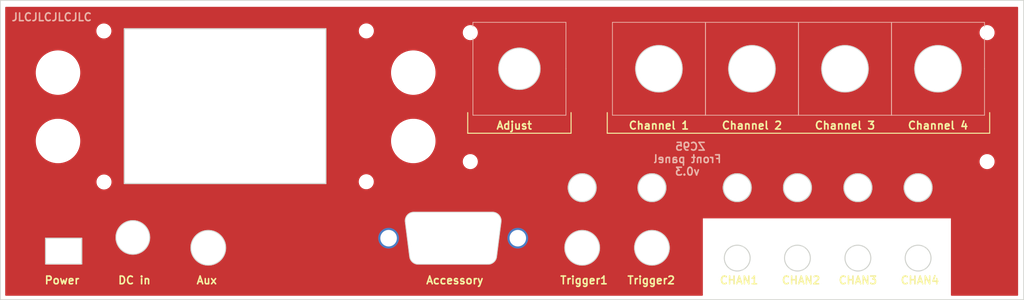
<source format=kicad_pcb>
(kicad_pcb (version 20240108) (generator "pcbnew") (generator_version "8.0")
  (layers (0 "F.Cu" signal) (31 "B.Cu" signal) (34 "B.Paste" user) (35 "F.Paste" user) (36 "B.SilkS" user "B.Silkscreen") (37 "F.SilkS" user "F.Silkscreen") (38 "B.Mask" user) (39 "F.Mask" user) (44 "Edge.Cuts" user))
  (net 0 "")
  (net 1 "GND")
  (footprint "MountingHole:MountingHole_2.2mm_M2" (layer "F.Cu") (at 44.09596 91.68042)
    (property "Reference" "REF**" (hide yes))
    (property "Value" "MountingHole_2.2mm_M2" (hide yes))
    (pad "" np_thru_hole circle (at 0 0) (size 2.4 2.4) (drill 2.4) (layers "*.Cu" "*.Mask"))
  )
  (footprint "MountingHole:MountingHole_2.2mm_M2" (layer "F.Cu") (at 35.22 113)
    (property "Reference" "REF**" (hide yes))
    (property "Value" "MountingHole_2.2mm_M2" (hide yes))
    (pad "" np_thru_hole circle (at 0 0) (size 8.1 8.1) (drill 8.1) (layers "F&B.Cu" "*.Mask"))
  )
  (footprint "MountingHole:MountingHole_2.2mm_M2" (layer "F.Cu") (at 35.22 99.75)
    (property "Reference" "REF**" (hide yes))
    (property "Value" "MountingHole_2.2mm_M2" (hide yes))
    (pad "" np_thru_hole circle (at 0 0) (size 8.1 8.1) (drill 8.1) (layers "F&B.Cu" "*.Mask"))
  )
  (footprint "MountingHole:MountingHole_2.2mm_M2" (layer "F.Cu") (at 44.12 120.95)
    (property "Reference" "REF**" (hide yes))
    (property "Value" "MountingHole_2.2mm_M2" (hide yes))
    (pad "" np_thru_hole circle (at 0 0) (size 2.4 2.4) (drill 2.4) (layers "*.Cu" "*.Mask"))
  )
  (footprint "ProjLib:DB9-cutout" (layer "F.Cu") (at 107.13 135.92)
    (property "Reference" "REF**")
    (property "Value" "DB9-cutout")
    (fp_line (start -4.68376 -7.15772) (end -3.8354 -0.41148) (stroke (width 0.12)) (layer "Edge.Cuts"))
    (fp_line (start -3.05 -9.1) (end 12.15 -9.1) (stroke (width 0.12)) (layer "Edge.Cuts"))
    (fp_line (start -2.1971 0.9525) (end 11.2903 0.9525) (stroke (width 0.12)) (layer "Edge.Cuts"))
    (fp_line (start 13.784781 -7.151744) (end 12.925081 -0.419244) (stroke (width 0.12)) (layer "Edge.Cuts"))
    (fp_arc (start -4.683759 -7.159754) (mid -4.31824 -8.509939) (end -3.05 -9.1) (stroke (width 0.12)) (layer "Edge.Cuts"))
    (fp_arc (start -2.1971 0.9525) (mid -3.264128 0.564134) (end -3.831881 -0.419244) (stroke (width 0.12)) (layer "Edge.Cuts"))
    (fp_arc (start 12.15 -9.1) (mid 13.421634 -8.507027) (end 13.784781 -7.151744) (stroke (width 0.12)) (layer "Edge.Cuts"))
    (fp_arc (start 12.925081 -0.419244) (mid 12.357328 0.564134) (end 11.2903 0.9525) (stroke (width 0.12)) (layer "Edge.Cuts"))
    (pad "0" thru_hole circle (at -7.94 -4.08) (size 4 4) (drill 3.2) (layers "*.Cu" "*.Mask") (net 1 "GND"))
    (pad "0" thru_hole circle (at 17.06 -4.08) (size 4 4) (drill 3.2) (layers "*.Cu" "*.Mask") (net 1 "GND"))
  )
  (footprint "MountingHole:MountingHole_2.2mm_M2" (layer "F.Cu") (at 103.97 99.75)
    (property "Reference" "REF**" (hide yes))
    (property "Value" "MountingHole_2.2mm_M2" (hide yes))
    (pad "" np_thru_hole circle (at 0 0) (size 8.1 8.1) (drill 8.1) (layers "F&B.Cu" "*.Mask"))
  )
  (footprint "MountingHole:MountingHole_2.2mm_M2" (layer "F.Cu") (at 103.97 113)
    (property "Reference" "REF**" (hide yes))
    (property "Value" "MountingHole_2.2mm_M2" (hide yes))
    (pad "" np_thru_hole circle (at 0 0) (size 8.1 8.1) (drill 8.1) (layers "F&B.Cu" "*.Mask"))
  )
  (footprint "MountingHole:MountingHole_2.2mm_M2" (layer "F.Cu") (at 94.88326 91.66772)
    (property "Reference" "REF**" (hide yes))
    (property "Value" "MountingHole_2.2mm_M2" (hide yes))
    (pad "" np_thru_hole circle (at 0 0) (size 2.4 2.4) (drill 2.4) (layers "*.Cu" "*.Mask"))
  )
  (footprint "MountingHole:MountingHole_2.2mm_M2" (layer "F.Cu") (at 94.87 120.9)
    (property "Reference" "REF**" (hide yes))
    (property "Value" "MountingHole_2.2mm_M2" (hide yes))
    (pad "" np_thru_hole circle (at 0 0) (size 2.4 2.4) (drill 2.4) (layers "*.Cu" "*.Mask"))
  )
  (footprint "MountingHole:MountingHole_2.2mm_M2" (layer "F.Cu") (at 215 117)
    (property "Reference" "REF**" (hide yes))
    (property "Value" "MountingHole_2.2mm_M2" (hide yes))
    (pad "" np_thru_hole circle (at 0 0) (size 2.4 2.4) (drill 2.4) (layers "*.Cu" "*.Mask"))
  )
  (footprint "MountingHole:MountingHole_2.2mm_M2" (layer "F.Cu") (at 115 117)
    (property "Reference" "REF**" (hide yes))
    (property "Value" "MountingHole_2.2mm_M2" (hide yes))
    (pad "" np_thru_hole circle (at 0 0) (size 2.4 2.4) (drill 2.4) (layers "*.Cu" "*.Mask"))
  )
  (footprint "MountingHole:MountingHole_2.2mm_M2" (layer "F.Cu") (at 115 92)
    (property "Reference" "REF**" (hide yes))
    (property "Value" "MountingHole_2.2mm_M2" (hide yes))
    (pad "" np_thru_hole circle (at 0 0) (size 2.4 2.4) (drill 2.4) (layers "*.Cu" "*.Mask"))
  )
  (footprint "MountingHole:MountingHole_2.2mm_M2" (layer "F.Cu") (at 215 92)
    (property "Reference" "REF**" (hide yes))
    (property "Value" "MountingHole_2.2mm_M2" (hide yes))
    (pad "" np_thru_hole circle (at 0 0) (size 2.4 2.4) (drill 2.4) (layers "*.Cu" "*.Mask"))
  )
  (footprint "Library:RK09L1140A2U-panel" (layer "F.Cu") (at 151.5 99)
    (property "Reference" "REF**" (hide yes))
    (property "Value" "RK09L1140A2U-panel")
    (fp_line (start -9 -9) (end 9 -9) (stroke (width 0.15)) (layer "B.SilkS"))
    (fp_line (start -9 9) (end -9 -9) (stroke (width 0.15)) (layer "B.SilkS"))
    (fp_line (start 9 -9) (end 9 0) (stroke (width 0.15)) (layer "B.SilkS"))
    (fp_line (start 9 0) (end 9 9) (stroke (width 0.15)) (layer "B.SilkS"))
    (fp_line (start 9 9) (end -9 9) (stroke (width 0.15)) (layer "B.SilkS"))
    (fp_circle (center 0 0) (end 4.5 0) (stroke (width 0.15)) (fill none) (layer "Edge.Cuts"))
  )
  (footprint "Library:RK09L1140A2U-panel" (layer "F.Cu") (at 169.5 99)
    (property "Reference" "REF**" (hide yes))
    (property "Value" "RK09L1140A2U-panel")
    (fp_line (start -9 -9) (end 9 -9) (stroke (width 0.15)) (layer "B.SilkS"))
    (fp_line (start -9 9) (end -9 -9) (stroke (width 0.15)) (layer "B.SilkS"))
    (fp_line (start 9 -9) (end 9 0) (stroke (width 0.15)) (layer "B.SilkS"))
    (fp_line (start 9 0) (end 9 9) (stroke (width 0.15)) (layer "B.SilkS"))
    (fp_line (start 9 9) (end -9 9) (stroke (width 0.15)) (layer "B.SilkS"))
    (fp_circle (center 0 0) (end 4.5 0) (stroke (width 0.15)) (fill none) (layer "Edge.Cuts"))
  )
  (footprint "Library:RK09L1140A2U-panel" (layer "F.Cu") (at 187.5 99)
    (property "Reference" "REF**" (hide yes))
    (property "Value" "RK09L1140A2U-panel")
    (fp_line (start -9 -9) (end 9 -9) (stroke (width 0.15)) (layer "B.SilkS"))
    (fp_line (start -9 9) (end -9 -9) (stroke (width 0.15)) (layer "B.SilkS"))
    (fp_line (start 9 -9) (end 9 0) (stroke (width 0.15)) (layer "B.SilkS"))
    (fp_line (start 9 0) (end 9 9) (stroke (width 0.15)) (layer "B.SilkS"))
    (fp_line (start 9 9) (end -9 9) (stroke (width 0.15)) (layer "B.SilkS"))
    (fp_circle (center 0 0) (end 4.5 0) (stroke (width 0.15)) (fill none) (layer "Edge.Cuts"))
  )
  (footprint "Library:RK09L1140A2U-panel" (layer "F.Cu") (at 205.5 99)
    (property "Reference" "REF**" (hide yes))
    (property "Value" "RK09L1140A2U-panel")
    (fp_line (start -9 -9) (end 9 -9) (stroke (width 0.15)) (layer "B.SilkS"))
    (fp_line (start -9 9) (end -9 -9) (stroke (width 0.15)) (layer "B.SilkS"))
    (fp_line (start 9 -9) (end 9 0) (stroke (width 0.15)) (layer "B.SilkS"))
    (fp_line (start 9 0) (end 9 9) (stroke (width 0.15)) (layer "B.SilkS"))
    (fp_line (start 9 9) (end -9 9) (stroke (width 0.15)) (layer "B.SilkS"))
    (fp_circle (center 0 0) (end 4.5 0) (stroke (width 0.15)) (fill none) (layer "Edge.Cuts"))
  )
  (footprint "ProjLib:BOURNS PEC11L-4125F-S0020-Panel" (layer "F.Cu") (at 124.5 99)
    (property "Reference" "REF**" (hide yes))
    (property "Value" "BOURNS PEC11L-4125F-S0020-Panel")
    (fp_line (start -9 -9) (end 9 -9) (stroke (width 0.15)) (layer "B.SilkS"))
    (fp_line (start -9 9) (end -9 -9) (stroke (width 0.15)) (layer "B.SilkS"))
    (fp_line (start 9 -9) (end 9 0) (stroke (width 0.15)) (layer "B.SilkS"))
    (fp_line (start 9 0) (end 9 9) (stroke (width 0.15)) (layer "B.SilkS"))
    (fp_line (start 9 9) (end -9 9) (stroke (width 0.15)) (layer "B.SilkS"))
    (fp_circle (center 0 0) (end 4 0) (stroke (width 0.15)) (fill none) (layer "Edge.Cuts"))
  )
  (gr_line (start 215.5 107.5) (end 215.5 111.5) (stroke (width 0.2)) (layer "F.SilkS"))
  (gr_line (start 141.5 111.5) (end 215.5 111.5) (stroke (width 0.2)) (layer "F.SilkS"))
  (gr_line (start 141.5 107.5) (end 141.5 111.5) (stroke (width 0.2)) (layer "F.SilkS"))
  (gr_line (start 134.5 107.5) (end 134.5 111.5) (stroke (width 0.2)) (layer "F.SilkS"))
  (gr_line (start 114.5 111.5) (end 134.5 111.5) (stroke (width 0.2)) (layer "F.SilkS"))
  (gr_line (start 114.5 107.5) (end 114.5 111.5) (stroke (width 0.2)) (layer "F.SilkS"))
  (gr_circle (center 136.65 133.7) (end 138.25 136.65) (stroke (width 0.15)) (fill none) (layer "Edge.Cuts"))
  (gr_circle (center 64.3 133.7) (end 65.9 136.65) (stroke (width 0.15)) (fill none) (layer "Edge.Cuts"))
  (gr_line (start 48.057 121.25) (end 87.057 121.25) (stroke (width 0.2)) (layer "Edge.Cuts"))
  (gr_line (start 222.07 85.75) (end 222.07 143.75) (stroke (width 0.15)) (layer "Edge.Cuts"))
  (gr_line (start 87.057 91.25) (end 48.057 91.25) (stroke (width 0.2)) (layer "Edge.Cuts"))
  (gr_line (start 87.057 121.25) (end 87.057 91.25) (stroke (width 0.2)) (layer "Edge.Cuts"))
  (gr_circle (center 190 135.7) (end 191.5 137.7) (stroke (width 0.2)) (fill none) (layer "Edge.Cuts"))
  (gr_line (start 48.057 91.25) (end 48.057 121.25) (stroke (width 0.2)) (layer "Edge.Cuts"))
  (gr_line (start 24.07 143.75) (end 24.07 85.76) (stroke (width 0.15)) (layer "Edge.Cuts"))
  (gr_line (start 222.07 143.75) (end 24.07 143.75) (stroke (width 0.15)) (layer "Edge.Cuts"))
  (gr_circle (center 201.65 135.7) (end 203.15 137.7) (stroke (width 0.2)) (fill none) (layer "Edge.Cuts"))
  (gr_line (start 24.07 85.76) (end 222.07 85.75) (stroke (width 0.15)) (layer "Edge.Cuts"))
  (gr_circle (center 166.65 135.7) (end 168.15 137.7) (stroke (width 0.2)) (fill none) (layer "Edge.Cuts"))
  (gr_circle (center 178.3 122.05) (end 181 122.05) (stroke (width 0.2)) (fill none) (layer "Edge.Cuts"))
  (gr_circle (center 190 122.05) (end 192.7 122.05) (stroke (width 0.2)) (fill none) (layer "Edge.Cuts"))
  (gr_circle (center 201.65 122.05) (end 204.35 122.05) (stroke (width 0.2)) (fill none) (layer "Edge.Cuts"))
  (gr_circle (center 150.15 122.05) (end 152.85 122.05) (stroke (width 0.2)) (fill none) (layer "Edge.Cuts"))
  (gr_circle (center 136.65 122.05) (end 139.35 122.05) (stroke (width 0.2)) (fill none) (layer "Edge.Cuts"))
  (gr_circle (center 150.15 133.7) (end 151.75 136.65) (stroke (width 0.15)) (fill none) (layer "Edge.Cuts"))
  (gr_line (start 39.8 131.85) (end 39.8 136.85) (stroke (width 0.2)) (layer "Edge.Cuts"))
  (gr_circle (center 49.7 131.7) (end 52.9 132.3) (stroke (width 0.15)) (fill none) (layer "Edge.Cuts"))
  (gr_line (start 39.8 136.85) (end 32.8 136.85) (stroke (width 0.2)) (layer "Edge.Cuts"))
  (gr_line (start 32.8 136.85) (end 32.8 131.85) (stroke (width 0.2)) (layer "Edge.Cuts"))
  (gr_line (start 32.8 131.85) (end 39.8 131.85) (stroke (width 0.2)) (layer "Edge.Cuts"))
  (gr_circle (center 166.65 122.05) (end 169.35 122.05) (stroke (width 0.2)) (fill none) (layer "Edge.Cuts"))
  (gr_circle (center 178.3 135.7) (end 179.8 137.7) (stroke (width 0.2)) (fill none) (layer "Edge.Cuts"))
  (gr_text "JLCJLCJLCJLC" (at 34 89 0) (layer "B.SilkS") (effects (font (size 1.5 1.5) (thickness 0.3))))
  (gr_text "ZC95 \nFront panel\nv0.3" (at 157 116.5 0) (layer "B.SilkS") (effects (font (size 1.5 1.5) (thickness 0.3)) (justify mirror)))
  (gr_text "CHAN2" (at 179 140 0) (layer "F.SilkS") (effects (font (size 1.5 1.5) (thickness 0.3))))
  (gr_text "CHAN3" (at 190 140 0) (layer "F.SilkS") (effects (font (size 1.5 1.5) (thickness 0.3))))
  (gr_text "CHAN4" (at 202 140 0) (layer "F.SilkS") (effects (font (size 1.5 1.5) (thickness 0.3))))
  (gr_text "CHAN1" (at 167 140 0) (layer "F.SilkS") (effects (font (size 1.5 1.5) (thickness 0.3))))
  (gr_text "Accessory" (at 112 140 0) (layer "F.SilkS") (effects (font (size 1.5 1.5) (thickness 0.3))))
  (gr_text "Trigger2" (at 150 140 0) (layer "F.SilkS") (effects (font (size 1.5 1.5) (thickness 0.3))))
  (gr_text "Power" (at 36 140 0) (layer "F.SilkS") (effects (font (size 1.5 1.5) (thickness 0.3))))
  (gr_text "Trigger1" (at 137 140 0) (layer "F.SilkS") (effects (font (size 1.5 1.5) (thickness 0.3))))
  (gr_text "DC in" (at 50 140 0) (layer "F.SilkS") (effects (font (size 1.5 1.5) (thickness 0.3))))
  (gr_text "Aux" (at 64 140 0) (layer "F.SilkS") (effects (font (size 1.5 1.5) (thickness 0.3))))
  (gr_text "Channel 1" (at 151.5 110 0) (layer "F.SilkS") (effects (font (size 1.5 1.5) (thickness 0.3))))
  (gr_text "Channel 2" (at 169.5 110 0) (layer "F.SilkS") (effects (font (size 1.5 1.5) (thickness 0.3))))
  (gr_text "Channel 3" (at 187.5 110 0) (layer "F.SilkS") (effects (font (size 1.5 1.5) (thickness 0.3))))
  (gr_text "Channel 4" (at 205.5 110 0) (layer "F.SilkS") (effects (font (size 1.5 1.5) (thickness 0.3))))
  (gr_text "Adjust" (at 123.5 110 0) (layer "F.SilkS") (effects (font (size 1.5 1.5) (thickness 0.3))))
  (zone (net 1) (net_name "GND") (layer "F.Cu") (connect_pads yes (clearance 0.508)) (min_thickness 0.254) (fill yes (thermal_gap 0.508) (thermal_bridge_width 0.508))
    (polygon (pts (xy 25 87) (xy 221 87) (xy 221 143) (xy 208 143) (xy 208 128) (xy 160 128) (xy 160 143) (xy 25 143)))
  )
)
</source>
